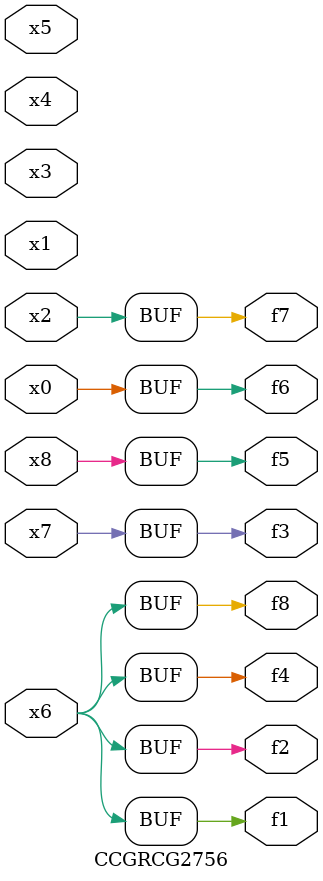
<source format=v>
module CCGRCG2756(
	input x0, x1, x2, x3, x4, x5, x6, x7, x8,
	output f1, f2, f3, f4, f5, f6, f7, f8
);
	assign f1 = x6;
	assign f2 = x6;
	assign f3 = x7;
	assign f4 = x6;
	assign f5 = x8;
	assign f6 = x0;
	assign f7 = x2;
	assign f8 = x6;
endmodule

</source>
